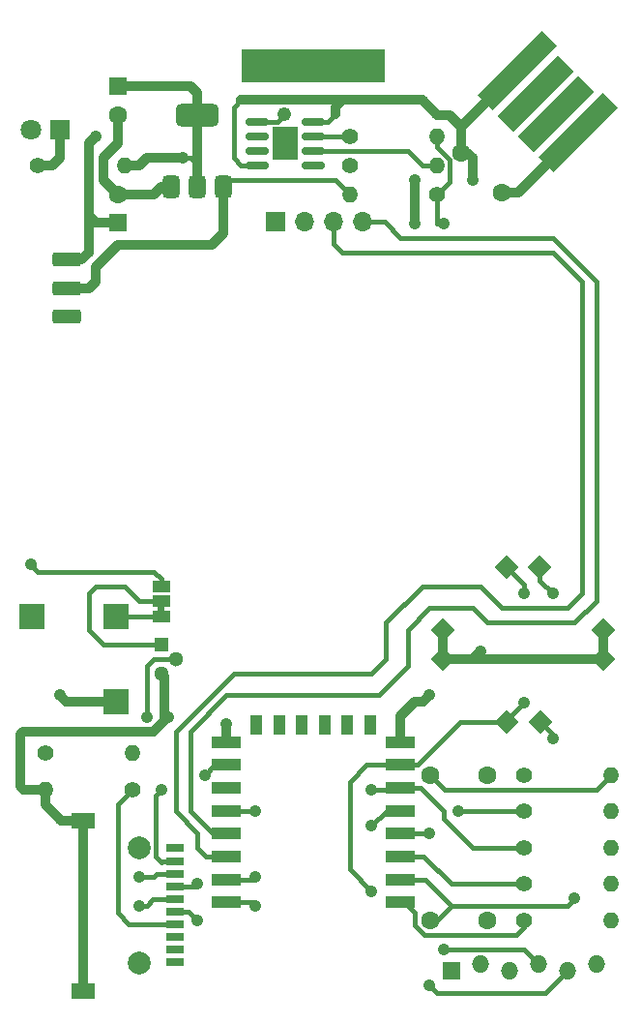
<source format=gbr>
%TF.GenerationSoftware,KiCad,Pcbnew,9.0.0*%
%TF.CreationDate,2025-08-10T17:42:25-03:00*%
%TF.ProjectId,BadgeGaroa_r2,42616467-6547-4617-926f-615f72322e6b,rev?*%
%TF.SameCoordinates,Original*%
%TF.FileFunction,Copper,L1,Top*%
%TF.FilePolarity,Positive*%
%FSLAX46Y46*%
G04 Gerber Fmt 4.6, Leading zero omitted, Abs format (unit mm)*
G04 Created by KiCad (PCBNEW 9.0.0) date 2025-08-10 17:42:25*
%MOMM*%
%LPD*%
G01*
G04 APERTURE LIST*
G04 Aperture macros list*
%AMRoundRect*
0 Rectangle with rounded corners*
0 $1 Rounding radius*
0 $2 $3 $4 $5 $6 $7 $8 $9 X,Y pos of 4 corners*
0 Add a 4 corners polygon primitive as box body*
4,1,4,$2,$3,$4,$5,$6,$7,$8,$9,$2,$3,0*
0 Add four circle primitives for the rounded corners*
1,1,$1+$1,$2,$3*
1,1,$1+$1,$4,$5*
1,1,$1+$1,$6,$7*
1,1,$1+$1,$8,$9*
0 Add four rect primitives between the rounded corners*
20,1,$1+$1,$2,$3,$4,$5,0*
20,1,$1+$1,$4,$5,$6,$7,0*
20,1,$1+$1,$6,$7,$8,$9,0*
20,1,$1+$1,$8,$9,$2,$3,0*%
%AMRotRect*
0 Rectangle, with rotation*
0 The origin of the aperture is its center*
0 $1 length*
0 $2 width*
0 $3 Rotation angle, in degrees counterclockwise*
0 Add horizontal line*
21,1,$1,$2,0,0,$3*%
G04 Aperture macros list end*
%TA.AperFunction,EtchedComponent*%
%ADD10C,0.000000*%
%TD*%
%TA.AperFunction,ComponentPad*%
%ADD11R,1.700000X1.700000*%
%TD*%
%TA.AperFunction,ComponentPad*%
%ADD12O,1.700000X1.700000*%
%TD*%
%TA.AperFunction,SMDPad,CuDef*%
%ADD13R,1.500000X1.000000*%
%TD*%
%TA.AperFunction,SMDPad,CuDef*%
%ADD14RotRect,1.500000X1.500000X45.000000*%
%TD*%
%TA.AperFunction,ComponentPad*%
%ADD15R,1.300000X1.300000*%
%TD*%
%TA.AperFunction,ComponentPad*%
%ADD16C,1.300000*%
%TD*%
%TA.AperFunction,ComponentPad*%
%ADD17C,1.400000*%
%TD*%
%TA.AperFunction,ComponentPad*%
%ADD18O,1.400000X1.400000*%
%TD*%
%TA.AperFunction,ComponentPad*%
%ADD19C,1.600000*%
%TD*%
%TA.AperFunction,ConnectorPad*%
%ADD20RotRect,1.900000X8.000000X135.000000*%
%TD*%
%TA.AperFunction,ConnectorPad*%
%ADD21RotRect,2.000000X7.500000X135.000000*%
%TD*%
%TA.AperFunction,SMDPad,CuDef*%
%ADD22RoundRect,0.250000X-1.000000X0.375000X-1.000000X-0.375000X1.000000X-0.375000X1.000000X0.375000X0*%
%TD*%
%TA.AperFunction,ComponentPad*%
%ADD23R,1.600000X1.600000*%
%TD*%
%TA.AperFunction,ComponentPad*%
%ADD24RoundRect,0.056000X-6.244000X-1.344000X6.244000X-1.344000X6.244000X1.344000X-6.244000X1.344000X0*%
%TD*%
%TA.AperFunction,ComponentPad*%
%ADD25R,1.524000X1.524000*%
%TD*%
%TA.AperFunction,ComponentPad*%
%ADD26O,1.524000X1.524000*%
%TD*%
%TA.AperFunction,SMDPad,CuDef*%
%ADD27RoundRect,0.375000X0.375000X-0.625000X0.375000X0.625000X-0.375000X0.625000X-0.375000X-0.625000X0*%
%TD*%
%TA.AperFunction,SMDPad,CuDef*%
%ADD28RoundRect,0.500000X1.400000X-0.500000X1.400000X0.500000X-1.400000X0.500000X-1.400000X-0.500000X0*%
%TD*%
%TA.AperFunction,SMDPad,CuDef*%
%ADD29R,2.195000X2.195000*%
%TD*%
%TA.AperFunction,SMDPad,CuDef*%
%ADD30RoundRect,0.150000X0.825000X0.150000X-0.825000X0.150000X-0.825000X-0.150000X0.825000X-0.150000X0*%
%TD*%
%TA.AperFunction,HeatsinkPad*%
%ADD31R,2.290000X3.000000*%
%TD*%
%TA.AperFunction,SMDPad,CuDef*%
%ADD32R,2.500000X1.000000*%
%TD*%
%TA.AperFunction,SMDPad,CuDef*%
%ADD33R,1.000000X1.800000*%
%TD*%
%TA.AperFunction,ComponentPad*%
%ADD34C,2.000000*%
%TD*%
%TA.AperFunction,SMDPad,CuDef*%
%ADD35R,1.500000X0.800000*%
%TD*%
%TA.AperFunction,SMDPad,CuDef*%
%ADD36R,2.000000X1.450000*%
%TD*%
%TA.AperFunction,SMDPad,CuDef*%
%ADD37RotRect,1.500000X1.500000X135.000000*%
%TD*%
%TA.AperFunction,SMDPad,CuDef*%
%ADD38RotRect,1.500000X1.500000X315.000000*%
%TD*%
%TA.AperFunction,SMDPad,CuDef*%
%ADD39RotRect,1.500000X1.500000X225.000000*%
%TD*%
%TA.AperFunction,ComponentPad*%
%ADD40R,1.800000X1.800000*%
%TD*%
%TA.AperFunction,ComponentPad*%
%ADD41C,1.800000*%
%TD*%
%TA.AperFunction,ViaPad*%
%ADD42C,1.066800*%
%TD*%
%TA.AperFunction,ViaPad*%
%ADD43C,1.219200*%
%TD*%
%TA.AperFunction,Conductor*%
%ADD44C,0.406400*%
%TD*%
%TA.AperFunction,Conductor*%
%ADD45C,0.812800*%
%TD*%
G04 APERTURE END LIST*
D10*
%TA.AperFunction,EtchedComponent*%
%TO.C,JP1*%
G36*
X80056000Y-86578800D02*
G01*
X79456000Y-86578800D01*
X79456000Y-86078800D01*
X80056000Y-86078800D01*
X80056000Y-86578800D01*
G37*
%TD.AperFunction*%
%TD*%
D11*
%TO.P,OLED1,1,Pin_1*%
%TO.N,Net-(JP2-C)*%
X89799000Y-52501800D03*
D12*
%TO.P,OLED1,2,Pin_2*%
%TO.N,Net-(JP3-C)*%
X92339000Y-52501800D03*
%TO.P,OLED1,3,Pin_3*%
%TO.N,Net-(MOD1-GPIO5)*%
X94878999Y-52501800D03*
%TO.P,OLED1,4,Pin_4*%
%TO.N,Net-(MOD1-GPIO4)*%
X97419000Y-52501800D03*
%TD*%
D13*
%TO.P,JP1,1,A*%
%TO.N,Net-(JP1-A)*%
X79756000Y-86978800D03*
%TO.P,JP1,2,C*%
%TO.N,Net-(JP1-C)*%
X79756000Y-85678800D03*
%TO.P,JP1,3,B*%
%TO.N,Net-(JP1-B)*%
X79756000Y-84378800D03*
%TD*%
D14*
%TO.P,SW3,1*%
%TO.N,GNDD*%
X104466568Y-88206948D03*
%TO.P,SW3,2*%
%TO.N,Net-(J2-DAT0)*%
X109982000Y-82691516D03*
%TD*%
D15*
%TO.P,Q1,1,C*%
%TO.N,Net-(JP1-C)*%
X79756000Y-89428800D03*
D16*
%TO.P,Q1,2,B*%
%TO.N,Net-(Q1-B)*%
X81026000Y-90708800D03*
%TO.P,Q1,3,E*%
%TO.N,GNDD*%
X79756000Y-91968800D03*
%TD*%
D17*
%TO.P,R7,1*%
%TO.N,Net-(J2-DAT0)*%
X111506000Y-107238800D03*
D18*
%TO.P,R7,2*%
%TO.N,+3.3V*%
X119126000Y-107238800D03*
%TD*%
D17*
%TO.P,R14,1*%
%TO.N,GNDD*%
X96266000Y-47548800D03*
D18*
%TO.P,R14,2*%
%TO.N,Net-(CI2-PROG)*%
X103886000Y-47548800D03*
%TD*%
D19*
%TO.P,C4,1*%
%TO.N,GNDD*%
X108291000Y-100888800D03*
%TO.P,C4,2*%
%TO.N,+3.3V*%
X103291000Y-100888800D03*
%TD*%
D20*
%TO.P,J1,1,VBUS*%
%TO.N,+5V*%
X110935100Y-39302546D03*
D21*
%TO.P,J1,2,D-*%
%TO.N,unconnected-(J1-D--Pad2)*%
X112533161Y-41254161D03*
%TO.P,J1,3,D+*%
%TO.N,unconnected-(J1-D+-Pad3)*%
X114371639Y-43092639D03*
D20*
%TO.P,J1,4,ID*%
%TO.N,GNDD*%
X116323254Y-44690700D03*
%TD*%
D22*
%TO.P,SW5,1,A*%
%TO.N,Net-(CI2-BAT)*%
X71501000Y-55803800D03*
%TO.P,SW5,2,B*%
%TO.N,Net-(CI1-VI)*%
X71501000Y-58303800D03*
%TO.P,SW5,3*%
%TO.N,N/C*%
X71501000Y-60803800D03*
%TD*%
D17*
%TO.P,R5,1*%
%TO.N,Net-(MOD1-EN)*%
X111506000Y-110413800D03*
D18*
%TO.P,R5,2*%
%TO.N,+3.3V*%
X119126000Y-110413800D03*
%TD*%
D23*
%TO.P,C6,1*%
%TO.N,Net-(CI2-BAT)*%
X75946000Y-52588800D03*
D19*
%TO.P,C6,2*%
%TO.N,GNDD*%
X75946000Y-50088800D03*
%TD*%
D17*
%TO.P,R8,1*%
%TO.N,Net-(J2-CMD)*%
X111506000Y-100888800D03*
D18*
%TO.P,R8,2*%
%TO.N,+3.3V*%
X119126000Y-100888800D03*
%TD*%
D23*
%TO.P,C7,1*%
%TO.N,+3.3V*%
X75946000Y-40628687D03*
D19*
%TO.P,C7,2*%
%TO.N,GNDD*%
X75946000Y-43128687D03*
%TD*%
D17*
%TO.P,R10,1*%
%TO.N,Net-(J2-DAT3{slash}CD)*%
X77216000Y-102158800D03*
D18*
%TO.P,R10,2*%
%TO.N,GNDD*%
X69596000Y-102158800D03*
%TD*%
D17*
%TO.P,R6,1*%
%TO.N,Net-(LD1-A)*%
X68961000Y-47548800D03*
D18*
%TO.P,R6,2*%
%TO.N,+3.3V*%
X76581000Y-47548800D03*
%TD*%
D24*
%TO.P,H1,1,1*%
%TO.N,N/C*%
X93101000Y-38832800D03*
%TD*%
D25*
%TO.P,P2,1,Pin_1*%
%TO.N,GNDD*%
X105156000Y-118033800D03*
D26*
%TO.P,P2,2,Pin_2*%
%TO.N,unconnected-(P2-Pin_2-Pad2)*%
X107696000Y-117398800D03*
%TO.P,P2,3,Pin_3*%
%TO.N,+5V*%
X110236000Y-118033800D03*
%TO.P,P2,4,Pin_4*%
%TO.N,Net-(MOD1-GPIO3{slash}RXD)*%
X112776000Y-117398800D03*
%TO.P,P2,5,Pin_5*%
%TO.N,Net-(MOD1-GPIO1{slash}TXD)*%
X115316000Y-118033800D03*
%TO.P,P2,6,Pin_6*%
%TO.N,unconnected-(P2-Pin_6-Pad6)*%
X117856000Y-117398800D03*
%TD*%
D27*
%TO.P,CI1,1,GND*%
%TO.N,GNDD*%
X80631000Y-49428800D03*
%TO.P,CI1,2,VO*%
%TO.N,+3.3V*%
X82931000Y-49428799D03*
D28*
X82931000Y-43128801D03*
D27*
%TO.P,CI1,3,VI*%
%TO.N,Net-(CI1-VI)*%
X85231000Y-49428800D03*
%TD*%
D29*
%TO.P,BZ1,1,1*%
%TO.N,+3.3V*%
X75836000Y-94428800D03*
%TO.P,BZ1,2,2*%
%TO.N,Net-(JP1-A)*%
X75836000Y-87028800D03*
%TO.P,BZ1,3*%
%TO.N,N/C*%
X68436000Y-87028800D03*
%TD*%
D30*
%TO.P,CI2,1,TEMP*%
%TO.N,unconnected-(CI2-TEMP-Pad1)*%
X93091000Y-47548800D03*
%TO.P,CI2,2,PROG*%
%TO.N,Net-(CI2-PROG)*%
X93091000Y-46278800D03*
%TO.P,CI2,3,GND*%
%TO.N,GNDD*%
X93091000Y-45008800D03*
%TO.P,CI2,4,VCC*%
%TO.N,+5V*%
X93091000Y-43738800D03*
%TO.P,CI2,5,BAT*%
%TO.N,Net-(CI2-BAT)*%
X88141000Y-43738800D03*
%TO.P,CI2,6,~{STDBY}*%
%TO.N,unconnected-(CI2-~{STDBY}-Pad6)*%
X88141000Y-45008800D03*
%TO.P,CI2,7,~{CHRG}*%
%TO.N,unconnected-(CI2-~{CHRG}-Pad7)*%
X88141000Y-46278800D03*
%TO.P,CI2,8,CE*%
%TO.N,+5V*%
X88141000Y-47548800D03*
D31*
%TO.P,CI2,9,PP*%
%TO.N,unconnected-(CI2-PP-Pad9)*%
X90616000Y-45643800D03*
%TD*%
D32*
%TO.P,MOD1,1,~{RST}*%
%TO.N,Net-(MOD1-~{RST})*%
X100691000Y-112008800D03*
%TO.P,MOD1,2,ADC*%
%TO.N,/AD_VBat*%
X100691000Y-110008800D03*
%TO.P,MOD1,3,EN*%
%TO.N,Net-(MOD1-EN)*%
X100691000Y-108008800D03*
%TO.P,MOD1,4,GPIO16*%
%TO.N,Net-(MOD1-GPIO16)*%
X100691000Y-106008801D03*
%TO.P,MOD1,5,GPIO14*%
%TO.N,Net-(J2-CLK)*%
X100691000Y-104008800D03*
%TO.P,MOD1,6,GPIO12*%
%TO.N,Net-(J2-DAT0)*%
X100691000Y-102008799D03*
%TO.P,MOD1,7,GPIO13*%
%TO.N,Net-(J2-CMD)*%
X100691000Y-100008800D03*
%TO.P,MOD1,8,VCC*%
%TO.N,+3.3V*%
X100691000Y-98008800D03*
D33*
%TO.P,MOD1,9,CS0*%
%TO.N,unconnected-(MOD1-CS0-Pad9)*%
X98091000Y-96508801D03*
%TO.P,MOD1,10,MISO*%
%TO.N,unconnected-(MOD1-MISO-Pad10)*%
X96091000Y-96508800D03*
%TO.P,MOD1,11,GPIO9*%
%TO.N,unconnected-(MOD1-GPIO9-Pad11)*%
X94091000Y-96508800D03*
%TO.P,MOD1,12,GPIO10*%
%TO.N,unconnected-(MOD1-GPIO10-Pad12)*%
X92091000Y-96508800D03*
%TO.P,MOD1,13,MOSI*%
%TO.N,unconnected-(MOD1-MOSI-Pad13)*%
X90091000Y-96508800D03*
%TO.P,MOD1,14,SCLK*%
%TO.N,unconnected-(MOD1-SCLK-Pad14)*%
X88091000Y-96508801D03*
D32*
%TO.P,MOD1,15,GND*%
%TO.N,GNDD*%
X85491000Y-98008800D03*
%TO.P,MOD1,16,GPIO15*%
%TO.N,Net-(J2-DAT3{slash}CD)*%
X85491000Y-100008800D03*
%TO.P,MOD1,17,GPIO2*%
%TO.N,unconnected-(MOD1-GPIO2-Pad17)*%
X85491000Y-102008799D03*
%TO.P,MOD1,18,GPIO0*%
%TO.N,Net-(MOD1-GPIO0)*%
X85491000Y-104008800D03*
%TO.P,MOD1,19,GPIO4*%
%TO.N,Net-(MOD1-GPIO4)*%
X85491000Y-106008801D03*
%TO.P,MOD1,20,GPIO5*%
%TO.N,Net-(MOD1-GPIO5)*%
X85491000Y-108008800D03*
%TO.P,MOD1,21,GPIO3/RXD*%
%TO.N,Net-(MOD1-GPIO3{slash}RXD)*%
X85491000Y-110008800D03*
%TO.P,MOD1,22,GPIO1/TXD*%
%TO.N,Net-(MOD1-GPIO1{slash}TXD)*%
X85491000Y-112008800D03*
%TD*%
D34*
%TO.P,J2,*%
%TO.N,*%
X77871000Y-117318799D03*
X77861000Y-107258800D03*
D35*
%TO.P,J2,1,DAT2*%
%TO.N,unconnected-(J2-DAT2-Pad1)*%
X81010999Y-115058800D03*
%TO.P,J2,2,DAT3/CD*%
%TO.N,Net-(J2-DAT3{slash}CD)*%
X81011000Y-113958800D03*
%TO.P,J2,3,CMD*%
%TO.N,Net-(J2-CMD)*%
X81011000Y-112858800D03*
%TO.P,J2,4,VDD*%
%TO.N,+3.3V*%
X81011000Y-111758800D03*
%TO.P,J2,5,CLK*%
%TO.N,Net-(J2-CLK)*%
X81011000Y-110658800D03*
%TO.P,J2,6,VSS*%
%TO.N,GNDD*%
X81011000Y-109558800D03*
%TO.P,J2,7,DAT0*%
%TO.N,Net-(J2-DAT0)*%
X81011000Y-108458800D03*
%TO.P,J2,8,DAT1*%
%TO.N,unconnected-(J2-DAT1-Pad8)*%
X81011000Y-107258800D03*
D36*
%TO.P,J2,9,SHIELD*%
%TO.N,GNDD*%
X72971000Y-119798800D03*
X72961000Y-104848800D03*
D35*
%TO.P,J2,CD1*%
%TO.N,N/C*%
X81010999Y-117258800D03*
%TO.P,J2,CD2*%
X81011000Y-116158800D03*
%TD*%
D37*
%TO.P,SW1,1*%
%TO.N,GNDD*%
X118454716Y-88206948D03*
%TO.P,SW1,2*%
%TO.N,Net-(MOD1-~{RST})*%
X112939284Y-82691516D03*
%TD*%
D38*
%TO.P,SW4,1*%
%TO.N,GNDD*%
X104466568Y-90728800D03*
%TO.P,SW4,2*%
%TO.N,Net-(J2-CMD)*%
X109982000Y-96244232D03*
%TD*%
D17*
%TO.P,R9,1*%
%TO.N,Net-(MOD1-GPIO16)*%
X69596000Y-98983800D03*
D18*
%TO.P,R9,2*%
%TO.N,Net-(Q1-B)*%
X77216000Y-98983800D03*
%TD*%
D17*
%TO.P,R3,1*%
%TO.N,Net-(MOD1-~{RST})*%
X111506000Y-113588800D03*
D18*
%TO.P,R3,2*%
%TO.N,+3.3V*%
X119126000Y-113588800D03*
%TD*%
D19*
%TO.P,C5,1*%
%TO.N,GNDD*%
X108291000Y-113588800D03*
%TO.P,C5,2*%
%TO.N,/AD_VBat*%
X103291000Y-113588800D03*
%TD*%
%TO.P,C1,1*%
%TO.N,GNDD*%
X109601000Y-49951567D03*
%TO.P,C1,2*%
%TO.N,+5V*%
X106065466Y-46416033D03*
%TD*%
D17*
%TO.P,R11,1*%
%TO.N,/AD_VBat*%
X103886000Y-50088800D03*
D18*
%TO.P,R11,2*%
%TO.N,Net-(CI1-VI)*%
X96266000Y-50088800D03*
%TD*%
D17*
%TO.P,R15,1*%
%TO.N,GNDD*%
X96266000Y-45008800D03*
D18*
%TO.P,R15,2*%
%TO.N,/AD_VBat*%
X103886000Y-45008800D03*
%TD*%
D17*
%TO.P,R4,1*%
%TO.N,Net-(MOD1-GPIO0)*%
X111506000Y-104063800D03*
D18*
%TO.P,R4,2*%
%TO.N,+3.3V*%
X119126000Y-104063800D03*
%TD*%
D39*
%TO.P,SW2,1*%
%TO.N,GNDD*%
X118491000Y-90728800D03*
%TO.P,SW2,2*%
%TO.N,Net-(MOD1-GPIO0)*%
X112975568Y-96244232D03*
%TD*%
D40*
%TO.P,LD1,1,A*%
%TO.N,Net-(LD1-A)*%
X70871000Y-44413800D03*
D41*
%TO.P,LD1,2,K*%
%TO.N,Net-(JP1-B)*%
X68331000Y-44413800D03*
%TD*%
D42*
%TO.N,+3.3V*%
X103251000Y-93903800D03*
X70866000Y-93903800D03*
X81661000Y-46913800D03*
X77851000Y-112318800D03*
%TO.N,+5V*%
X101981000Y-48818800D03*
X101981000Y-52628800D03*
X107061000Y-48818800D03*
%TO.N,GNDD*%
X85471000Y-96443800D03*
X107696000Y-90093800D03*
X80391000Y-95808800D03*
X77851000Y-109778800D03*
%TO.N,/AD_VBat*%
X115951000Y-111683800D03*
X104521000Y-52628800D03*
%TO.N,Net-(CI2-BAT)*%
X74041000Y-45008800D03*
D43*
X90551000Y-43103800D03*
D42*
%TO.N,Net-(J2-DAT0)*%
X111506000Y-85013800D03*
X79756000Y-102158800D03*
X98171000Y-102158800D03*
%TO.N,Net-(J2-CLK)*%
X98171000Y-105333800D03*
X82931000Y-110413800D03*
%TO.N,Net-(J2-DAT3{slash}CD)*%
X83566000Y-100888800D03*
%TO.N,Net-(J2-CMD)*%
X98171000Y-111048800D03*
X111506000Y-94538800D03*
X82931000Y-113588800D03*
%TO.N,Net-(JP1-B)*%
X68326000Y-82473800D03*
%TO.N,Net-(MOD1-GPIO1{slash}TXD)*%
X88011000Y-112318800D03*
X103251000Y-119303800D03*
%TO.N,Net-(MOD1-GPIO3{slash}RXD)*%
X88011000Y-109778800D03*
X104521000Y-116128800D03*
%TO.N,Net-(MOD1-GPIO0)*%
X114046000Y-97713800D03*
X88011000Y-104063800D03*
X105791000Y-104063800D03*
%TO.N,Net-(MOD1-~{RST})*%
X114046000Y-85013800D03*
%TO.N,Net-(MOD1-GPIO16)*%
X103251000Y-105968800D03*
%TO.N,Net-(Q1-B)*%
X78486000Y-95808800D03*
%TD*%
D44*
%TO.N,+3.3V*%
X119126000Y-100888800D02*
X117856000Y-102158800D01*
X78486000Y-112318800D02*
X79046000Y-111758800D01*
D45*
X75836000Y-94428800D02*
X71391000Y-94428800D01*
X78486000Y-46913800D02*
X81661000Y-46913800D01*
D44*
X104561000Y-102158800D02*
X103291000Y-100888800D01*
X79046000Y-111758800D02*
X81011000Y-111758800D01*
D45*
X100691000Y-98008800D02*
X100691000Y-95718800D01*
X77851000Y-47548800D02*
X78486000Y-46913800D01*
X75946000Y-40628687D02*
X82360887Y-40628687D01*
X76581000Y-47548800D02*
X77851000Y-47548800D01*
X82931000Y-41198800D02*
X82931000Y-47548800D01*
D44*
X81661000Y-46913800D02*
X82296000Y-46913800D01*
D45*
X71391000Y-94428800D02*
X70866000Y-93903800D01*
X100691000Y-95718800D02*
X101981000Y-94428800D01*
X101981000Y-94428800D02*
X102726000Y-94428800D01*
X82360887Y-40628687D02*
X82931000Y-41198800D01*
D44*
X77851000Y-112318800D02*
X78486000Y-112318800D01*
X82296000Y-46913800D02*
X82931000Y-47548800D01*
D45*
X82931000Y-47548800D02*
X82931000Y-49428799D01*
X102726000Y-94428800D02*
X103251000Y-93903800D01*
D44*
X117856000Y-102158800D02*
X104561000Y-102158800D01*
%TO.N,Net-(JP1-A)*%
X79756000Y-86978800D02*
X75886000Y-86978800D01*
X75886000Y-86978800D02*
X75836000Y-87028800D01*
D45*
%TO.N,+5V*%
X107061000Y-46913800D02*
X107061000Y-48818800D01*
D44*
X86106000Y-42468800D02*
X86741000Y-41833800D01*
D45*
X106065466Y-44172180D02*
X106065466Y-46416033D01*
X106065466Y-46416033D02*
X106563233Y-46416033D01*
X101981000Y-48818800D02*
X101981000Y-52628800D01*
D44*
X88141000Y-47548800D02*
X86741000Y-47548800D01*
D45*
X94996000Y-43103800D02*
X94996000Y-42468800D01*
X86741000Y-41833800D02*
X95631000Y-41833800D01*
X103903943Y-43121743D02*
X105015030Y-43121744D01*
D44*
X86741000Y-47548800D02*
X86106000Y-46913800D01*
D45*
X110935100Y-39302546D02*
X106065466Y-44172180D01*
X106563233Y-46416033D02*
X107061000Y-46913800D01*
D44*
X94361000Y-43738800D02*
X94996000Y-43103800D01*
D45*
X95631000Y-41833800D02*
X102616000Y-41833800D01*
X102616000Y-41833800D02*
X103903943Y-43121743D01*
D44*
X86106000Y-46913800D02*
X86106000Y-42468800D01*
D45*
X105015030Y-43121744D02*
X106065466Y-44172180D01*
X94996000Y-42468800D02*
X95631000Y-41833800D01*
D44*
X93091000Y-43738800D02*
X94361000Y-43738800D01*
D45*
%TO.N,GNDD*%
X109601000Y-49951567D02*
X111062387Y-49951567D01*
X104466568Y-88206948D02*
X104466568Y-90728800D01*
X80088500Y-92301300D02*
X80088500Y-96111300D01*
D44*
X79341000Y-109558800D02*
X79121000Y-109778800D01*
D45*
X79121000Y-97078800D02*
X67691000Y-97078800D01*
X79756000Y-91968800D02*
X80088500Y-92301300D01*
X67691000Y-102158800D02*
X69596000Y-102158800D01*
X118491000Y-90728800D02*
X118491000Y-88243232D01*
X107061000Y-90728800D02*
X107696000Y-90093800D01*
D44*
X81011000Y-109558800D02*
X79341000Y-109558800D01*
D45*
X67691000Y-97078800D02*
X67399450Y-97370350D01*
X85491000Y-98008800D02*
X85491000Y-96463800D01*
D44*
X93091000Y-45008800D02*
X96266000Y-45008800D01*
D45*
X75946000Y-43128687D02*
X75946000Y-45643800D01*
X107061000Y-90728800D02*
X118491000Y-90728800D01*
X79121000Y-50088800D02*
X75946000Y-50088800D01*
X67399406Y-97713844D02*
X67399406Y-101867206D01*
X71016000Y-104848800D02*
X72961000Y-104848800D01*
X72961000Y-119788800D02*
X72971000Y-119798800D01*
X118491000Y-88243232D02*
X118454716Y-88206948D01*
X74676000Y-46913800D02*
X74676000Y-48818800D01*
X69596000Y-103428800D02*
X71016000Y-104848800D01*
X104466568Y-90728800D02*
X107061000Y-90728800D01*
X79781000Y-49428800D02*
X79121000Y-50088800D01*
X72961000Y-104848800D02*
X72961000Y-109778800D01*
X85491000Y-96463800D02*
X85471000Y-96443800D01*
X75946000Y-45643800D02*
X74676000Y-46913800D01*
X80088500Y-96111300D02*
X79121000Y-97078800D01*
X80631000Y-49428800D02*
X79781000Y-49428800D01*
X74676000Y-48818800D02*
X75946000Y-50088800D01*
X72961000Y-109778800D02*
X72961000Y-119788800D01*
X111062387Y-49951567D02*
X116323254Y-44690700D01*
X67399406Y-101867206D02*
X67691000Y-102158800D01*
X67399450Y-97370350D02*
X67399406Y-97713844D01*
X69596000Y-102158800D02*
X69596000Y-103428800D01*
D44*
X79121000Y-109778800D02*
X77851000Y-109778800D01*
%TO.N,/AD_VBat*%
X103926000Y-113588800D02*
X105196000Y-112318800D01*
X105196000Y-112318800D02*
X105791000Y-112318800D01*
X100691000Y-110008800D02*
X102886000Y-110008800D01*
X103886000Y-52628800D02*
X103886000Y-50088800D01*
X103886000Y-45939563D02*
X104990200Y-47043763D01*
X103886000Y-45008800D02*
X103886000Y-45939563D01*
X105791000Y-112318800D02*
X115316000Y-112318800D01*
X104990200Y-47043763D02*
X104990200Y-48984600D01*
X102886000Y-110008800D02*
X105196000Y-112318800D01*
X104990200Y-48984600D02*
X103886000Y-50088800D01*
X115316000Y-112318800D02*
X115951000Y-111683800D01*
X104521000Y-52628800D02*
X103886000Y-52628800D01*
%TO.N,Net-(CI2-BAT)*%
X89916000Y-43738800D02*
X90551000Y-43103800D01*
D45*
X75946000Y-52588800D02*
X74001000Y-52588800D01*
D44*
X88141000Y-43738800D02*
X89916000Y-43738800D01*
D45*
X73406000Y-51993800D02*
X73406000Y-45643800D01*
X73406000Y-45643800D02*
X74041000Y-45008800D01*
X74001000Y-52588800D02*
X73406000Y-51993800D01*
X71501000Y-55803800D02*
X72771000Y-55803800D01*
X72771000Y-55803800D02*
X73406000Y-55168800D01*
X73406000Y-55168800D02*
X73406000Y-51993800D01*
D44*
%TO.N,Net-(CI1-VI)*%
X85841000Y-48818800D02*
X85231000Y-49428800D01*
D45*
X85231000Y-53503800D02*
X84201000Y-54533800D01*
X75946000Y-54533800D02*
X74041000Y-56438800D01*
X74041000Y-56438800D02*
X74041000Y-57708800D01*
X84201000Y-54533800D02*
X75946000Y-54533800D01*
X85231000Y-49428800D02*
X85231000Y-53503800D01*
X74041000Y-57708800D02*
X73446000Y-58303800D01*
D44*
X96266000Y-50088800D02*
X94996000Y-48818800D01*
X94996000Y-48818800D02*
X85841000Y-48818800D01*
D45*
X73446000Y-58303800D02*
X71501000Y-58303800D01*
D44*
%TO.N,Net-(CI2-PROG)*%
X102616000Y-47548800D02*
X103886000Y-47548800D01*
X101346000Y-46278800D02*
X102616000Y-47548800D01*
X93091000Y-46278800D02*
X101346000Y-46278800D01*
%TO.N,Net-(J2-DAT0)*%
X104521000Y-104698800D02*
X107061000Y-107238800D01*
X79806000Y-108458800D02*
X79756000Y-108508800D01*
X111506000Y-84215516D02*
X111506000Y-85013800D01*
X81011000Y-108458800D02*
X79806000Y-108458800D01*
X104521000Y-104063800D02*
X104521000Y-104698800D01*
X109982000Y-82691516D02*
X111506000Y-84215516D01*
X79265200Y-108018000D02*
X79265200Y-106677161D01*
X102465999Y-102008799D02*
X104521000Y-104063800D01*
X107061000Y-107238800D02*
X111506000Y-107238800D01*
X100540999Y-102158800D02*
X100691000Y-102008799D01*
X79265200Y-106677161D02*
X79265200Y-102649600D01*
X98171000Y-102158800D02*
X100540999Y-102158800D01*
X79756000Y-108508800D02*
X79265200Y-108018000D01*
X79265200Y-102649600D02*
X79756000Y-102158800D01*
X100691000Y-102008799D02*
X102465999Y-102008799D01*
%TO.N,Net-(J2-CLK)*%
X81011000Y-110658800D02*
X82686000Y-110658800D01*
X82686000Y-110658800D02*
X82931000Y-110413800D01*
X100691000Y-104008800D02*
X99496000Y-104008800D01*
X99496000Y-104008800D02*
X98171000Y-105333800D01*
%TO.N,Net-(J2-DAT3{slash}CD)*%
X79386000Y-113958800D02*
X79756000Y-113958800D01*
X79756000Y-113958800D02*
X76951000Y-113958800D01*
X79756000Y-113958800D02*
X81011000Y-113958800D01*
X85491000Y-100008800D02*
X84446000Y-100008800D01*
X77216000Y-102158800D02*
X75946000Y-103428800D01*
X84446000Y-100008800D02*
X83566000Y-100888800D01*
X76951000Y-113958800D02*
X75946000Y-112953800D01*
X75946000Y-103428800D02*
X75946000Y-112953800D01*
%TO.N,Net-(J2-CMD)*%
X100691000Y-100008800D02*
X102226000Y-100008800D01*
X97781000Y-100008800D02*
X96266000Y-101523800D01*
X109982000Y-96244232D02*
X109982000Y-96062800D01*
X98171000Y-111048800D02*
X96266000Y-109143800D01*
X105990568Y-96244232D02*
X109982000Y-96244232D01*
X102226000Y-100008800D02*
X105990568Y-96244232D01*
X81011000Y-112858800D02*
X82201000Y-112858800D01*
X109982000Y-96062800D02*
X111506000Y-94538800D01*
X82201000Y-112858800D02*
X82931000Y-113588800D01*
X96266000Y-109143800D02*
X96266000Y-101523800D01*
X100691000Y-100008800D02*
X97781000Y-100008800D01*
%TO.N,Net-(JP1-B)*%
X68961000Y-83108800D02*
X68326000Y-82473800D01*
X79756000Y-83743800D02*
X79121000Y-83108800D01*
X79121000Y-83108800D02*
X68961000Y-83108800D01*
X79756000Y-84378800D02*
X79756000Y-83743800D01*
%TO.N,Net-(JP1-C)*%
X76581000Y-84378800D02*
X74041000Y-84378800D01*
X74676000Y-89458800D02*
X79726000Y-89458800D01*
X79756000Y-85678800D02*
X77881000Y-85678800D01*
X73406000Y-85013800D02*
X73406000Y-88188800D01*
X77881000Y-85678800D02*
X76581000Y-84378800D01*
X74041000Y-84378800D02*
X73406000Y-85013800D01*
X73406000Y-88188800D02*
X74676000Y-89458800D01*
X79726000Y-89458800D02*
X79756000Y-89428800D01*
D45*
%TO.N,Net-(LD1-A)*%
X70871000Y-46908800D02*
X70231000Y-47548800D01*
X70231000Y-47548800D02*
X68961000Y-47548800D01*
X70871000Y-44413800D02*
X70871000Y-46908800D01*
D44*
%TO.N,Net-(MOD1-GPIO1{slash}TXD)*%
X115316000Y-118033800D02*
X113411000Y-119938800D01*
X85491000Y-112008800D02*
X87701000Y-112008800D01*
X104521000Y-119938800D02*
X103886000Y-119938800D01*
X87701000Y-112008800D02*
X88011000Y-112318800D01*
X113411000Y-119938800D02*
X104521000Y-119938800D01*
X103886000Y-119938800D02*
X103251000Y-119303800D01*
%TO.N,Net-(MOD1-GPIO3{slash}RXD)*%
X85491000Y-110008800D02*
X87781000Y-110008800D01*
X104521000Y-116128800D02*
X111506000Y-116128800D01*
X111506000Y-116128800D02*
X112776000Y-117398800D01*
X87781000Y-110008800D02*
X88011000Y-109778800D01*
%TO.N,Net-(MOD1-GPIO0)*%
X87956000Y-104008800D02*
X88011000Y-104063800D01*
X111506000Y-104063800D02*
X105791000Y-104063800D01*
X112975568Y-96244232D02*
X114046000Y-97314664D01*
X114046000Y-97314664D02*
X114046000Y-97713800D01*
X85491000Y-104008800D02*
X87956000Y-104008800D01*
%TO.N,Net-(MOD1-~{RST})*%
X110871000Y-114858800D02*
X111506000Y-114223800D01*
X102858004Y-114858800D02*
X110871000Y-114858800D01*
X112939284Y-83907084D02*
X114046000Y-85013800D01*
X111506000Y-114223800D02*
X111506000Y-113588800D01*
X100691000Y-112008800D02*
X101036000Y-112008800D01*
X101036000Y-112008800D02*
X101981000Y-112953800D01*
X101981000Y-113981796D02*
X102858004Y-114858800D01*
X101981000Y-112953800D02*
X101981000Y-113981796D01*
X112939284Y-82691516D02*
X112939284Y-83907084D01*
%TO.N,Net-(MOD1-GPIO16)*%
X103210999Y-106008801D02*
X103251000Y-105968800D01*
X100691000Y-106008801D02*
X103210999Y-106008801D01*
%TO.N,Net-(MOD1-GPIO4)*%
X85471000Y-93903800D02*
X98806000Y-93903800D01*
X101346000Y-91363800D02*
X101346000Y-88188800D01*
X100711000Y-53898800D02*
X114046000Y-53898800D01*
X107061000Y-86283800D02*
X108331000Y-87553800D01*
X82296000Y-104063800D02*
X82296000Y-97078800D01*
X101346000Y-88188800D02*
X103251000Y-86283800D01*
X117856000Y-57708800D02*
X114681000Y-54533800D01*
X84241001Y-106008801D02*
X82296000Y-104063800D01*
X115951000Y-87553800D02*
X117856000Y-85648800D01*
X114046000Y-53898800D02*
X114681000Y-54533800D01*
X117856000Y-85648800D02*
X117856000Y-57708800D01*
X82296000Y-97078800D02*
X85471000Y-93903800D01*
X98806000Y-93903800D02*
X101346000Y-91363800D01*
X103251000Y-86283800D02*
X107061000Y-86283800D01*
X97419000Y-52501800D02*
X99314000Y-52501800D01*
X108331000Y-87553800D02*
X115951000Y-87553800D01*
X85491000Y-106008801D02*
X84241001Y-106008801D01*
X99314000Y-52501800D02*
X100711000Y-53898800D01*
%TO.N,Net-(MOD1-EN)*%
X102751000Y-108008800D02*
X105156000Y-110413800D01*
X105156000Y-110413800D02*
X111506000Y-110413800D01*
X100691000Y-108008800D02*
X102751000Y-108008800D01*
%TO.N,Net-(MOD1-GPIO5)*%
X98171000Y-91998800D02*
X99441000Y-90728800D01*
X81026000Y-104063800D02*
X81026000Y-97078800D01*
X99441000Y-87553800D02*
X102616000Y-84378800D01*
X109601000Y-86283800D02*
X115316000Y-86283800D01*
X82931000Y-107238800D02*
X82931000Y-105968800D01*
X83701000Y-108008800D02*
X82931000Y-107238800D01*
X85491000Y-108008800D02*
X83701000Y-108008800D01*
X81026000Y-97078800D02*
X86106000Y-91998800D01*
X95631000Y-55168800D02*
X94878999Y-54416799D01*
X114046000Y-55168800D02*
X95631000Y-55168800D01*
X94878999Y-54416799D02*
X94878999Y-52501800D01*
X99441000Y-90728800D02*
X99441000Y-87553800D01*
X107696000Y-84378800D02*
X109601000Y-86283800D01*
X102616000Y-84378800D02*
X107696000Y-84378800D01*
X115316000Y-86283800D02*
X116586000Y-85013800D01*
X82931000Y-105968800D02*
X81026000Y-104063800D01*
X116586000Y-85013800D02*
X116586000Y-57708800D01*
X116586000Y-57708800D02*
X114046000Y-55168800D01*
X86106000Y-91998800D02*
X98171000Y-91998800D01*
%TO.N,Net-(Q1-B)*%
X78486000Y-91363800D02*
X78486000Y-95808800D01*
X79141000Y-90708800D02*
X78486000Y-91363800D01*
X81026000Y-90708800D02*
X79141000Y-90708800D01*
%TD*%
M02*

</source>
